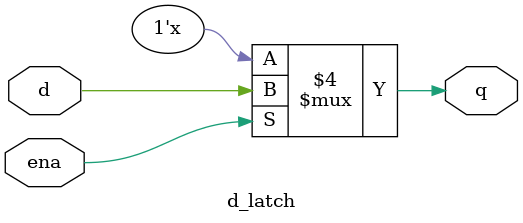
<source format=sv>
module d_latch (
    input logic d,
    input logic ena,
    output logic q
);
    always @(*) begin
        if (ena) begin
            q = d;
        end
    end

    initial begin
        q = 1'b0;
    end
endmodule
</source>
